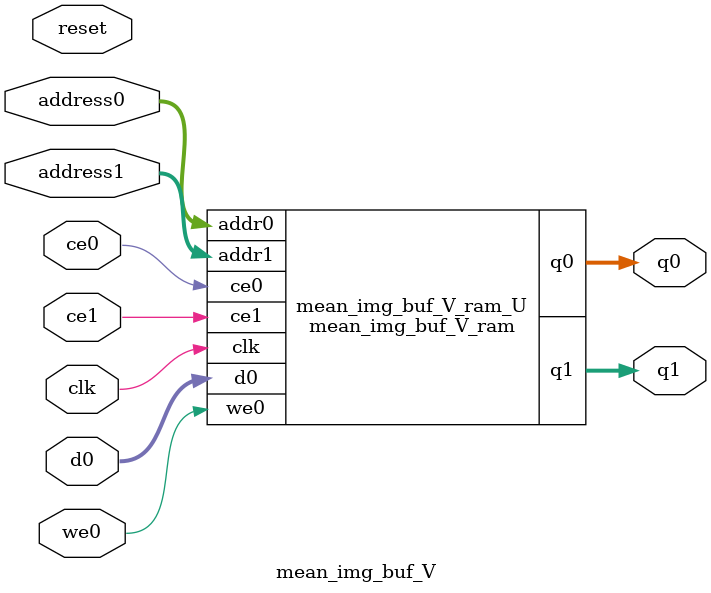
<source format=v>

`timescale 1 ns / 1 ps
module mean_img_buf_V_ram (addr0, ce0, d0, we0, q0, addr1, ce1, q1,  clk);

parameter DWIDTH = 8;
parameter AWIDTH = 18;
parameter MEM_SIZE = 262144;

input[AWIDTH-1:0] addr0;
input ce0;
input[DWIDTH-1:0] d0;
input we0;
output reg[DWIDTH-1:0] q0;
input[AWIDTH-1:0] addr1;
input ce1;
output reg[DWIDTH-1:0] q1;
input clk;

(* ram_style = "block" *)reg [DWIDTH-1:0] ram[0:MEM_SIZE-1];




always @(posedge clk)  
begin 
    if (ce0) 
    begin
        if (we0) 
        begin 
            ram[addr0] <= d0; 
            q0 <= d0;
        end 
        else 
            q0 <= ram[addr0];
    end
end


always @(posedge clk)  
begin 
    if (ce1) 
    begin
            q1 <= ram[addr1];
    end
end


endmodule


`timescale 1 ns / 1 ps
module mean_img_buf_V(
    reset,
    clk,
    address0,
    ce0,
    we0,
    d0,
    q0,
    address1,
    ce1,
    q1);

parameter DataWidth = 32'd8;
parameter AddressRange = 32'd262144;
parameter AddressWidth = 32'd18;
input reset;
input clk;
input[AddressWidth - 1:0] address0;
input ce0;
input we0;
input[DataWidth - 1:0] d0;
output[DataWidth - 1:0] q0;
input[AddressWidth - 1:0] address1;
input ce1;
output[DataWidth - 1:0] q1;



mean_img_buf_V_ram mean_img_buf_V_ram_U(
    .clk( clk ),
    .addr0( address0 ),
    .ce0( ce0 ),
    .we0( we0 ),
    .d0( d0 ),
    .q0( q0 ),
    .addr1( address1 ),
    .ce1( ce1 ),
    .q1( q1 ));

endmodule


</source>
